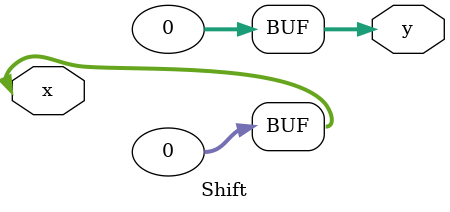
<source format=v>
`timescale 1ns / 1ps


module Shift(
input [31:0]x, output[31:0] y
    );
assign x=x>>16;
assign y=x;
endmodule

</source>
